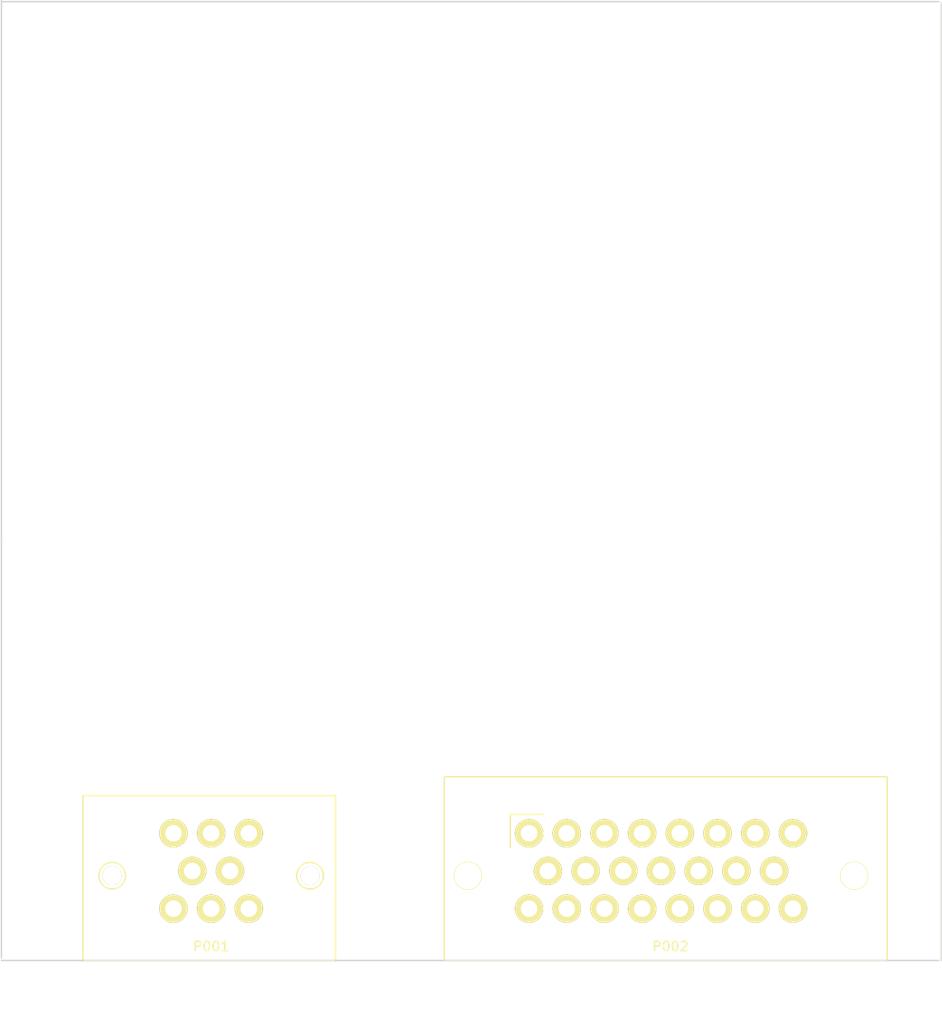
<source format=kicad_pcb>
(kicad_pcb (version 4) (host pcbnew 4.0.0-rc1-stable)

  (general
    (links 0)
    (no_connects 0)
    (area 0 0 0 0)
    (thickness 1.6)
    (drawings 7)
    (tracks 0)
    (zones 0)
    (modules 2)
    (nets 32)
  )

  (page A4)
  (layers
    (0 F.Cu signal)
    (31 B.Cu signal)
    (32 B.Adhes user)
    (33 F.Adhes user)
    (34 B.Paste user)
    (35 F.Paste user)
    (36 B.SilkS user)
    (37 F.SilkS user)
    (38 B.Mask user)
    (39 F.Mask user)
    (40 Dwgs.User user)
    (41 Cmts.User user)
    (42 Eco1.User user)
    (43 Eco2.User user)
    (44 Edge.Cuts user)
    (45 Margin user)
    (46 B.CrtYd user)
    (47 F.CrtYd user)
    (48 B.Fab user)
    (49 F.Fab user)
  )

  (setup
    (last_trace_width 0.25)
    (trace_clearance 0.2)
    (zone_clearance 0.508)
    (zone_45_only no)
    (trace_min 0.2)
    (segment_width 0.2)
    (edge_width 0.15)
    (via_size 0.6)
    (via_drill 0.4)
    (via_min_size 0.4)
    (via_min_drill 0.3)
    (uvia_size 0.3)
    (uvia_drill 0.1)
    (uvias_allowed no)
    (uvia_min_size 0.2)
    (uvia_min_drill 0.1)
    (pcb_text_width 0.3)
    (pcb_text_size 1.5 1.5)
    (mod_edge_width 0.15)
    (mod_text_size 1 1)
    (mod_text_width 0.15)
    (pad_size 1.524 1.524)
    (pad_drill 0.762)
    (pad_to_mask_clearance 0.2)
    (aux_axis_origin 0 0)
    (visible_elements FFFFFF7F)
    (pcbplotparams
      (layerselection 0x00030_80000001)
      (usegerberextensions false)
      (excludeedgelayer true)
      (linewidth 0.100000)
      (plotframeref false)
      (viasonmask false)
      (mode 1)
      (useauxorigin false)
      (hpglpennumber 1)
      (hpglpenspeed 20)
      (hpglpendiameter 15)
      (hpglpenoverlay 2)
      (psnegative false)
      (psa4output false)
      (plotreference true)
      (plotvalue true)
      (plotinvisibletext false)
      (padsonsilk false)
      (subtractmaskfromsilk false)
      (outputformat 1)
      (mirror false)
      (drillshape 1)
      (scaleselection 1)
      (outputdirectory ""))
  )

  (net 0 "")
  (net 1 "Net-(P001-Pad6)")
  (net 2 "Net-(P001-Pad1)")
  (net 3 "Net-(P001-Pad2)")
  (net 4 "Net-(P001-Pad3)")
  (net 5 "Net-(P001-Pad7)")
  (net 6 "Net-(P001-Pad8)")
  (net 7 "Net-(P001-Pad5)")
  (net 8 "Net-(P001-Pad4)")
  (net 9 "Net-(P002-Pad23)")
  (net 10 "Net-(P002-Pad22)")
  (net 11 "Net-(P002-Pad21)")
  (net 12 "Net-(P002-Pad20)")
  (net 13 "Net-(P002-Pad19)")
  (net 14 "Net-(P002-Pad18)")
  (net 15 "Net-(P002-Pad17)")
  (net 16 "Net-(P002-Pad16)")
  (net 17 "Net-(P002-Pad15)")
  (net 18 "Net-(P002-Pad14)")
  (net 19 "Net-(P002-Pad13)")
  (net 20 "Net-(P002-Pad12)")
  (net 21 "Net-(P002-Pad11)")
  (net 22 "Net-(P002-Pad10)")
  (net 23 "Net-(P002-Pad2)")
  (net 24 "Net-(P002-Pad8)")
  (net 25 "Net-(P002-Pad7)")
  (net 26 "Net-(P002-Pad6)")
  (net 27 "Net-(P002-Pad5)")
  (net 28 "Net-(P002-Pad4)")
  (net 29 "Net-(P002-Pad3)")
  (net 30 "Net-(P002-Pad1)")
  (net 31 "Net-(P002-Pad9)")

  (net_class Default "This is the default net class."
    (clearance 0.2)
    (trace_width 0.25)
    (via_dia 0.6)
    (via_drill 0.4)
    (uvia_dia 0.3)
    (uvia_drill 0.1)
    (add_net "Net-(P001-Pad1)")
    (add_net "Net-(P001-Pad2)")
    (add_net "Net-(P001-Pad3)")
    (add_net "Net-(P001-Pad4)")
    (add_net "Net-(P001-Pad5)")
    (add_net "Net-(P001-Pad6)")
    (add_net "Net-(P001-Pad7)")
    (add_net "Net-(P001-Pad8)")
    (add_net "Net-(P002-Pad1)")
    (add_net "Net-(P002-Pad10)")
    (add_net "Net-(P002-Pad11)")
    (add_net "Net-(P002-Pad12)")
    (add_net "Net-(P002-Pad13)")
    (add_net "Net-(P002-Pad14)")
    (add_net "Net-(P002-Pad15)")
    (add_net "Net-(P002-Pad16)")
    (add_net "Net-(P002-Pad17)")
    (add_net "Net-(P002-Pad18)")
    (add_net "Net-(P002-Pad19)")
    (add_net "Net-(P002-Pad2)")
    (add_net "Net-(P002-Pad20)")
    (add_net "Net-(P002-Pad21)")
    (add_net "Net-(P002-Pad22)")
    (add_net "Net-(P002-Pad23)")
    (add_net "Net-(P002-Pad3)")
    (add_net "Net-(P002-Pad4)")
    (add_net "Net-(P002-Pad5)")
    (add_net "Net-(P002-Pad6)")
    (add_net "Net-(P002-Pad7)")
    (add_net "Net-(P002-Pad8)")
    (add_net "Net-(P002-Pad9)")
  )

  (module MITEVT_AUTOMOTIVECON:776280-1 (layer F.Cu) (tedit 5635286B) (tstamp 56352BB2)
    (at 120.75 122.25)
    (path /56352A8A/56352AC8)
    (fp_text reference P001 (at 4 4) (layer F.SilkS)
      (effects (font (size 1 1) (thickness 0.15)))
    )
    (fp_text value CANCONNECTOR (at 4.2 -11) (layer F.Fab)
      (effects (font (size 1 1) (thickness 0.15)))
    )
    (fp_line (start -9.6 5.5) (end 17.2 5.5) (layer F.SilkS) (width 0.15))
    (fp_line (start 17.2 5.6) (end 17.2 -12) (layer F.SilkS) (width 0.15))
    (fp_line (start 17.2 -12) (end -9.6 -12) (layer F.SilkS) (width 0.15))
    (fp_line (start -9.6 -12) (end -9.6 5.6) (layer F.SilkS) (width 0.15))
    (fp_circle (center 14.5 -3.5) (end 15.5 -4.5) (layer F.SilkS) (width 0.15))
    (fp_circle (center -6.5 -3.5) (end -7.5 -4.5) (layer F.SilkS) (width 0.15))
    (pad 6 thru_hole circle (at 0 0) (size 3 3) (drill 1.75) (layers *.Cu *.Mask F.SilkS)
      (net 1 "Net-(P001-Pad6)"))
    (pad 1 thru_hole circle (at 0 -8) (size 3 3) (drill 1.75) (layers *.Cu *.Mask F.SilkS)
      (net 2 "Net-(P001-Pad1)"))
    (pad 2 thru_hole circle (at 4 -8) (size 3 3) (drill 1.75) (layers *.Cu *.Mask F.SilkS)
      (net 3 "Net-(P001-Pad2)"))
    (pad 3 thru_hole circle (at 8 -8) (size 3 3) (drill 1.75) (layers *.Cu *.Mask F.SilkS)
      (net 4 "Net-(P001-Pad3)"))
    (pad 7 thru_hole circle (at 4 0) (size 3 3) (drill 1.75) (layers *.Cu *.Mask F.SilkS)
      (net 5 "Net-(P001-Pad7)"))
    (pad 8 thru_hole circle (at 8 0) (size 3 3) (drill 1.75) (layers *.Cu *.Mask F.SilkS)
      (net 6 "Net-(P001-Pad8)"))
    (pad 5 thru_hole circle (at 6 -4) (size 3 3) (drill 1.75) (layers *.Cu *.Mask F.SilkS)
      (net 7 "Net-(P001-Pad5)"))
    (pad 4 thru_hole circle (at 2 -4) (size 3 3) (drill 1.75) (layers *.Cu *.Mask F.SilkS)
      (net 8 "Net-(P001-Pad4)"))
    (pad 9 thru_hole circle (at -6.5 -3.5) (size 2 2) (drill 2) (layers *.Cu *.Mask F.SilkS))
    (pad 10 thru_hole circle (at 14.5 -3.5) (size 2 2) (drill 2) (layers *.Cu *.Mask F.SilkS))
  )

  (module MITEVT_AUTOMOTIVECON:776087-1 (layer F.Cu) (tedit 56351E26) (tstamp 56352BCF)
    (at 158.496 114.25)
    (path /56352A8A/56352B23)
    (fp_text reference P002 (at 15 12) (layer F.SilkS)
      (effects (font (size 1 1) (thickness 0.15)))
    )
    (fp_text value AUXCONNECTOR (at 14 -3) (layer F.Fab)
      (effects (font (size 1 1) (thickness 0.15)))
    )
    (fp_line (start -2 -2) (end 1.5 -2) (layer F.SilkS) (width 0.15))
    (fp_line (start -2 -2) (end -2 1.5) (layer F.SilkS) (width 0.15))
    (fp_circle (center -6.5 4.5) (end -5.075 4.5) (layer F.SilkS) (width 0.15))
    (fp_circle (center 34.5 4.5) (end 35.925 4.5) (layer F.SilkS) (width 0.15))
    (fp_line (start -9 -6) (end -9 13.5) (layer F.SilkS) (width 0.15))
    (fp_line (start 38 -6) (end -9 -6) (layer F.SilkS) (width 0.15))
    (fp_line (start 38 13.5) (end -9 13.5) (layer F.SilkS) (width 0.15))
    (fp_line (start 38 -4) (end 38 -6) (layer F.SilkS) (width 0.15))
    (fp_line (start 38 -6) (end 38 13.5) (layer F.SilkS) (width 0.15))
    (pad 25 thru_hole circle (at 34.5 4.5) (size 2.85 2.85) (drill 2.85) (layers *.Cu *.Mask F.SilkS))
    (pad 23 thru_hole circle (at 28 8) (size 3 3) (drill 1.75) (layers *.Cu *.Mask F.SilkS)
      (net 9 "Net-(P002-Pad23)"))
    (pad 22 thru_hole circle (at 24 8) (size 3 3) (drill 1.75) (layers *.Cu *.Mask F.SilkS)
      (net 10 "Net-(P002-Pad22)"))
    (pad 21 thru_hole circle (at 20 8) (size 3 3) (drill 1.75) (layers *.Cu *.Mask F.SilkS)
      (net 11 "Net-(P002-Pad21)"))
    (pad 20 thru_hole circle (at 16 8) (size 3 3) (drill 1.75) (layers *.Cu *.Mask F.SilkS)
      (net 12 "Net-(P002-Pad20)"))
    (pad 19 thru_hole circle (at 12 8) (size 3 3) (drill 1.75) (layers *.Cu *.Mask F.SilkS)
      (net 13 "Net-(P002-Pad19)"))
    (pad 18 thru_hole circle (at 8 8) (size 3 3) (drill 1.75) (layers *.Cu *.Mask F.SilkS)
      (net 14 "Net-(P002-Pad18)"))
    (pad 17 thru_hole circle (at 4 8) (size 3 3) (drill 1.75) (layers *.Cu *.Mask F.SilkS)
      (net 15 "Net-(P002-Pad17)"))
    (pad 16 thru_hole circle (at 0 8) (size 3 3) (drill 1.75) (layers *.Cu *.Mask F.SilkS)
      (net 16 "Net-(P002-Pad16)"))
    (pad 15 thru_hole circle (at 26 4) (size 3 3) (drill 1.75) (layers *.Cu *.Mask F.SilkS)
      (net 17 "Net-(P002-Pad15)"))
    (pad 14 thru_hole circle (at 22 4) (size 3 3) (drill 1.75) (layers *.Cu *.Mask F.SilkS)
      (net 18 "Net-(P002-Pad14)"))
    (pad 13 thru_hole circle (at 18 4) (size 3 3) (drill 1.75) (layers *.Cu *.Mask F.SilkS)
      (net 19 "Net-(P002-Pad13)"))
    (pad 12 thru_hole circle (at 14 4) (size 3 3) (drill 1.75) (layers *.Cu *.Mask F.SilkS)
      (net 20 "Net-(P002-Pad12)"))
    (pad 11 thru_hole circle (at 10 4) (size 3 3) (drill 1.75) (layers *.Cu *.Mask F.SilkS)
      (net 21 "Net-(P002-Pad11)"))
    (pad 10 thru_hole circle (at 6 4) (size 3 3) (drill 1.75) (layers *.Cu *.Mask F.SilkS)
      (net 22 "Net-(P002-Pad10)"))
    (pad 2 thru_hole circle (at 4 0) (size 3 3) (drill 1.75) (layers *.Cu *.Mask F.SilkS)
      (net 23 "Net-(P002-Pad2)"))
    (pad 8 thru_hole circle (at 28 0) (size 3 3) (drill 1.75) (layers *.Cu *.Mask F.SilkS)
      (net 24 "Net-(P002-Pad8)"))
    (pad 7 thru_hole circle (at 24 0) (size 3 3) (drill 1.75) (layers *.Cu *.Mask F.SilkS)
      (net 25 "Net-(P002-Pad7)"))
    (pad 6 thru_hole circle (at 20 0) (size 3 3) (drill 1.75) (layers *.Cu *.Mask F.SilkS)
      (net 26 "Net-(P002-Pad6)"))
    (pad 5 thru_hole circle (at 16 0) (size 3 3) (drill 1.75) (layers *.Cu *.Mask F.SilkS)
      (net 27 "Net-(P002-Pad5)"))
    (pad 4 thru_hole circle (at 12 0) (size 3 3) (drill 1.75) (layers *.Cu *.Mask F.SilkS)
      (net 28 "Net-(P002-Pad4)"))
    (pad 3 thru_hole circle (at 8 0) (size 3 3) (drill 1.75) (layers *.Cu *.Mask F.SilkS)
      (net 29 "Net-(P002-Pad3)"))
    (pad 1 thru_hole circle (at 0 0) (size 3 3) (drill 1.75) (layers *.Cu *.Mask F.SilkS)
      (net 30 "Net-(P002-Pad1)"))
    (pad 9 thru_hole circle (at 2 4) (size 3 3) (drill 1.75) (layers *.Cu *.Mask F.SilkS)
      (net 31 "Net-(P002-Pad9)"))
    (pad 24 thru_hole circle (at -6.5 4.5) (size 2.85 2.85) (drill 2.85) (layers *.Cu *.Mask F.SilkS))
  )

  (dimension 99.50005 (width 0.3) (layer Cmts.User)
    (gr_text "99,500 mm" (at 152.242613 135.099791 359.9424163) (layer Cmts.User)
      (effects (font (size 1.5 1.5) (thickness 0.3)))
    )
    (feature1 (pts (xy 202 127.8) (xy 201.991256 136.499791)))
    (feature2 (pts (xy 102.5 127.7) (xy 102.491256 136.399791)))
    (crossbar (pts (xy 102.49397 133.699792) (xy 201.99397 133.799792)))
    (arrow1a (pts (xy 201.99397 133.799792) (xy 200.866877 134.38508)))
    (arrow1b (pts (xy 201.99397 133.799792) (xy 200.868056 133.212239)))
    (arrow2a (pts (xy 102.49397 133.699792) (xy 103.619884 134.287345)))
    (arrow2b (pts (xy 102.49397 133.699792) (xy 103.621063 133.114504)))
  )
  (gr_line (start 102.5 127.5) (end 102.5 83.05) (layer Edge.Cuts) (width 0.15) (tstamp 5635312C))
  (gr_line (start 102.5 83.05) (end 102.5 25.9) (layer Edge.Cuts) (width 0.15) (tstamp 5635312B))
  (gr_line (start 102.5 127.75) (end 202 127.75) (layer Edge.Cuts) (width 0.15) (tstamp 563530F6))
  (gr_line (start 202.25 83.3) (end 202.25 26.15) (layer Edge.Cuts) (width 0.15) (tstamp 56352E56))
  (gr_line (start 202.25 127.75) (end 202.25 83.3) (layer Edge.Cuts) (width 0.15) (tstamp 56352E57))
  (gr_line (start 102.5 26) (end 202 26) (layer Edge.Cuts) (width 0.15) (tstamp 56352E44))

)

</source>
